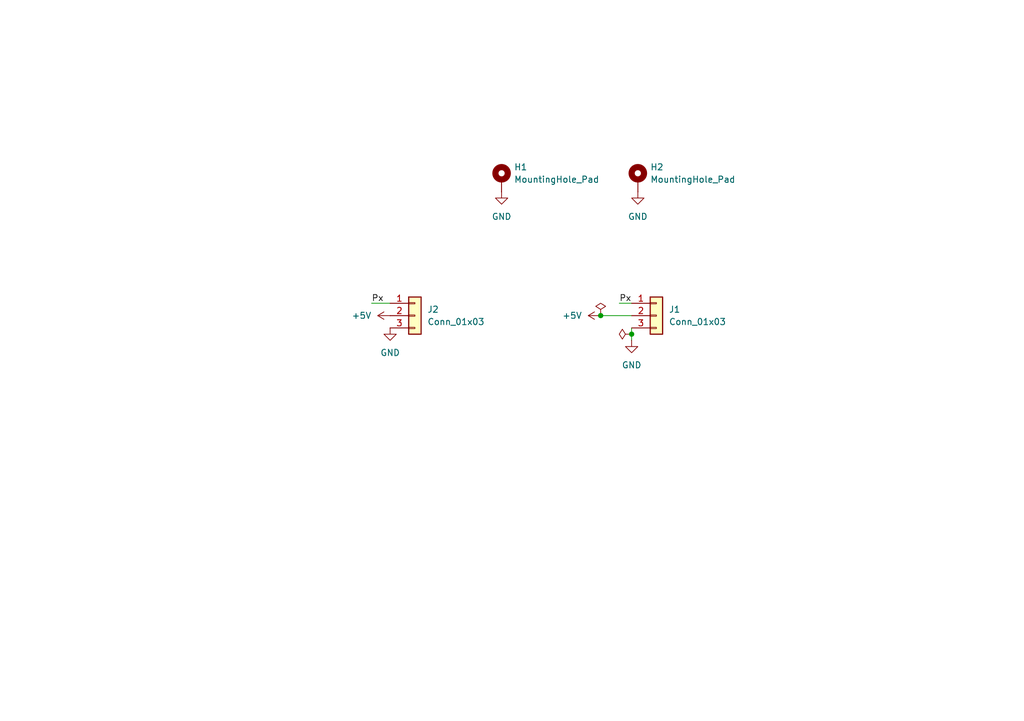
<source format=kicad_sch>
(kicad_sch (version 20250114) (generator "eeschema") (generator_version "9.0")
  (paper "A5")
  (lib_symbols
    (symbol "Connector_Generic:Conn_01x03" (pin_names (offset 1.016) (hide yes))
      (property "Reference" "J" (at 0 5.08 0))
      (property "Value" "Conn_01x03" (at 0 -5.08 0))
      (symbol "Conn_01x03_1_1"
        (rectangle (start -1.27 3.81) (end 1.27 -3.81) (stroke (width 0.254)) (fill (type background)))
        (rectangle (start -1.27 2.667) (end 0 2.413) (stroke (width 0.1524)))
        (rectangle (start -1.27 0.127) (end 0 -0.127) (stroke (width 0.1524)))
        (rectangle (start -1.27 -2.413) (end 0 -2.667) (stroke (width 0.1524)))
        (pin passive line (at -5.08 2.54 0) (length 3.81) (name "Pin_1") (number "1"))
        (pin passive line (at -5.08 0 0) (length 3.81) (name "Pin_2") (number "2"))
        (pin passive line (at -5.08 -2.54 0) (length 3.81) (name "Pin_3") (number "3"))
      )
    )
    (symbol "Mechanical:MountingHole_Pad" (pin_numbers (hide yes)) (pin_names (offset 1.016) (hide yes)) (in_bom no)
      (property "Reference" "H" (at 0 6.35 0))
      (property "Value" "MountingHole_Pad" (at 0 4.445 0))
      (symbol "MountingHole_Pad_0_1"
        (circle (center 0 1.27) (radius 1.27) (stroke (width 1.27)))
      )
      (symbol "MountingHole_Pad_1_1"
        (pin input line (at 0 -2.54 90) (length 2.54) (name "1") (number "1"))
      )
    )
    (symbol "power:+5V" (power) (pin_numbers (hide yes)) (pin_names (offset 0) (hide yes))
      (property "Value" "+5V" (at 0 3.556 0))
      (symbol "+5V_0_1"
        (polyline (pts (xy -0.762 1.27) (xy 0 2.54)))
        (polyline (pts (xy 0 2.54) (xy 0.762 1.27)))
        (polyline (pts (xy 0 0) (xy 0 2.54)))
      )
      (symbol "+5V_1_1"
        (pin power_in line (at 0 0 90) (length 0) (name "~") (number "1"))
      )
    )
    (symbol "power:GND" (power) (pin_numbers (hide yes)) (pin_names (offset 0) (hide yes))
      (property "Value" "GND" (at 0 -3.81 0))
      (symbol "GND_0_1"
        (polyline (pts (xy 0 0) (xy 0 -1.27) (xy 1.27 -1.27) (xy 0 -2.54) (xy -1.27 -1.27) (xy 0 -1.27)))
      )
      (symbol "GND_1_1"
        (pin power_in line (at 0 0 270) (length 0) (name "~") (number "1"))
      )
    )
    (symbol "power:PWR_FLAG" (power) (pin_numbers (hide yes)) (pin_names (offset 0) (hide yes))
      (property "Value" "PWR_FLAG" (at 0 3.81 0))
      (symbol "PWR_FLAG_0_0"
        (pin power_out line (at 0 0 90) (length 0) (name "~") (number "1"))
      )
      (symbol "PWR_FLAG_0_1"
        (polyline (pts (xy 0 0) (xy 0 1.27) (xy -1.016 1.905) (xy 0 2.54) (xy 1.016 1.905) (xy 0 1.27)))
      )
    )
  )
  (junction (at 129.54 68.58))
  (junction (at 123.19 64.77))
  (wire (pts (xy 76.2 62.23) (xy 80.01 62.23)))
  (wire (pts (xy 123.19 64.77) (xy 129.54 64.77)))
  (wire (pts (xy 129.54 69.85) (xy 129.54 68.58)))
  (wire (pts (xy 129.54 68.58) (xy 129.54 67.31)))
  (wire (pts (xy 127 62.23) (xy 129.54 62.23)))
  (label "Px" (at 76.2 62.23 0))
  (label "Px" (at 127 62.23 0))
  (symbol (lib_id "Mechanical:MountingHole_Pad") (at 102.87 36.83 0) (unit 1) (in_bom no)
    (property "Reference" "H1" (at 105.41 34.2899 0) (effects (justify left)))
    (property "Value" "MountingHole_Pad" (at 105.41 36.8299 0) (effects (justify left)))
    (property "Footprint" "MountingHole:MountingHole_3.2mm_M3_DIN965_Pad_TopBottom" (effects (hide yes)))
    (property "Description" "Mounting Hole with connection" (effects (hide yes)))
  )
  (symbol (lib_id "power:+5V") (at 123.19 64.77 90) (unit 1)
    (property "Reference" "#PWR01" (effects (hide yes)))
    (property "Value" "+5V" (at 119.38 64.7699 90) (effects (justify left)))
    (property "Description" "Power symbol creates a global label with name \"+5V\"" (effects (hide yes)))
  )
  (symbol (lib_id "Connector_Generic:Conn_01x03") (at 134.62 64.77 0) (unit 1)
    (property "Reference" "J1" (at 137.16 63.4999 0) (effects (justify left)))
    (property "Value" "Conn_01x03" (at 137.16 66.0399 0) (effects (justify left)))
    (property "Footprint" "conn:Souder_cable" (effects (hide yes)))
    (property "Description" "Generic connector, single row, 01x03, script generated (kicad-library-utils/schlib/autogen/connector/)" (effects (hide yes)))
  )
  (symbol (lib_id "power:GND") (at 130.81 39.37 0) (unit 1)
    (property "Reference" "#PWR06" (effects (hide yes)))
    (property "Value" "GND" (at 130.81 44.45 0))
    (property "Description" "Power symbol creates a global label with name \"GND\" , ground" (effects (hide yes)))
  )
  (symbol (lib_id "Mechanical:MountingHole_Pad") (at 130.81 36.83 0) (unit 1) (in_bom no)
    (property "Reference" "H2" (at 133.35 34.2899 0) (effects (justify left)))
    (property "Value" "MountingHole_Pad" (at 133.35 36.8299 0) (effects (justify left)))
    (property "Footprint" "MountingHole:MountingHole_3.2mm_M3_DIN965_Pad_TopBottom" (effects (hide yes)))
    (property "Description" "Mounting Hole with connection" (effects (hide yes)))
  )
  (symbol (lib_id "power:+5V") (at 80.01 64.77 90) (unit 1)
    (property "Reference" "#PWR04" (effects (hide yes)))
    (property "Value" "+5V" (at 76.2 64.7699 90) (effects (justify left)))
    (property "Description" "Power symbol creates a global label with name \"+5V\"" (effects (hide yes)))
  )
  (symbol (lib_id "power:GND") (at 102.87 39.37 0) (unit 1)
    (property "Reference" "#PWR05" (effects (hide yes)))
    (property "Value" "GND" (at 102.87 44.45 0))
    (property "Description" "Power symbol creates a global label with name \"GND\" , ground" (effects (hide yes)))
  )
  (symbol (lib_id "power:GND") (at 129.54 69.85 0) (unit 1)
    (property "Reference" "#PWR02" (effects (hide yes)))
    (property "Value" "GND" (at 129.54 74.93 0))
    (property "Description" "Power symbol creates a global label with name \"GND\" , ground" (effects (hide yes)))
  )
  (symbol (lib_id "Connector_Generic:Conn_01x03") (at 85.09 64.77 0) (unit 1)
    (property "Reference" "J2" (at 87.63 63.4999 0) (effects (justify left)))
    (property "Value" "Conn_01x03" (at 87.63 66.0399 0) (effects (justify left)))
    (property "Footprint" "conn:MR30-F" (effects (hide yes)))
    (property "Description" "Generic connector, single row, 01x03, script generated (kicad-library-utils/schlib/autogen/connector/)" (effects (hide yes)))
  )
  (symbol (lib_id "power:GND") (at 80.01 67.31 0) (unit 1)
    (property "Reference" "#PWR03" (effects (hide yes)))
    (property "Value" "GND" (at 80.01 72.39 0))
    (property "Description" "Power symbol creates a global label with name \"GND\" , ground" (effects (hide yes)))
  )
  (symbol (lib_id "power:PWR_FLAG") (at 129.54 68.58 90) (unit 1)
    (property "Reference" "#FLG02" (effects (hide yes)))
    (property "Value" "PWR_FLAG" (effects (hide yes)))
    (property "Description" "Special symbol for telling ERC where power comes from" (effects (hide yes)))
  )
  (symbol (lib_id "power:PWR_FLAG") (at 123.19 64.77 0) (unit 1)
    (property "Reference" "#FLG01" (effects (hide yes)))
    (property "Value" "PWR_FLAG" (effects (hide yes)))
    (property "Description" "Special symbol for telling ERC where power comes from" (effects (hide yes)))
  )
)
</source>
